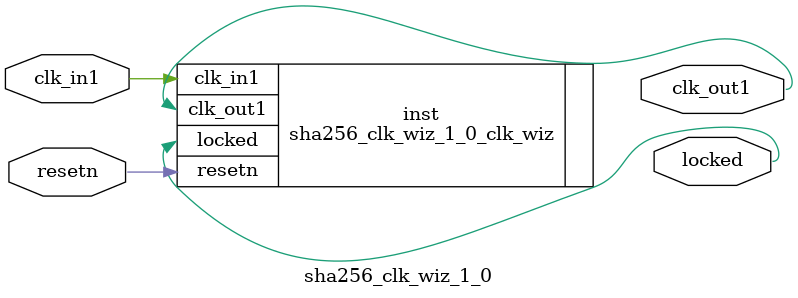
<source format=v>


`timescale 1ps/1ps

(* CORE_GENERATION_INFO = "sha256_clk_wiz_1_0,clk_wiz_v5_4_3_0,{component_name=sha256_clk_wiz_1_0,use_phase_alignment=true,use_min_o_jitter=false,use_max_i_jitter=false,use_dyn_phase_shift=false,use_inclk_switchover=false,use_dyn_reconfig=false,enable_axi=0,feedback_source=FDBK_AUTO,PRIMITIVE=MMCM,num_out_clk=1,clkin1_period=10.000,clkin2_period=10.000,use_power_down=false,use_reset=true,use_locked=true,use_inclk_stopped=false,feedback_type=SINGLE,CLOCK_MGR_TYPE=NA,manual_override=false}" *)

module sha256_clk_wiz_1_0 
 (
  // Clock out ports
  output        clk_out1,
  // Status and control signals
  input         resetn,
  output        locked,
 // Clock in ports
  input         clk_in1
 );

  sha256_clk_wiz_1_0_clk_wiz inst
  (
  // Clock out ports  
  .clk_out1(clk_out1),
  // Status and control signals               
  .resetn(resetn), 
  .locked(locked),
 // Clock in ports
  .clk_in1(clk_in1)
  );

endmodule

</source>
